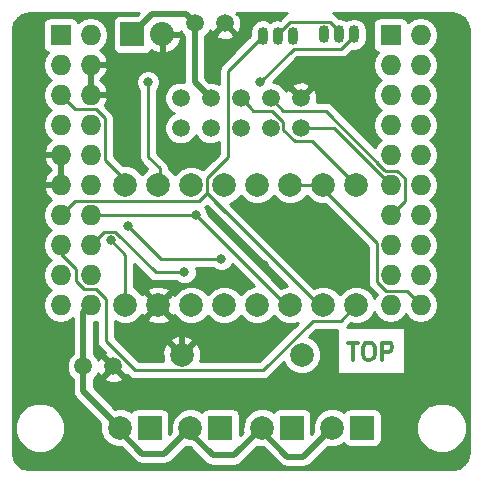
<source format=gtl>
G04 #@! TF.FileFunction,Copper,L1,Top,Signal*
%FSLAX46Y46*%
G04 Gerber Fmt 4.6, Leading zero omitted, Abs format (unit mm)*
G04 Created by KiCad (PCBNEW (2015-05-19 BZR 5670)-product) date 04.11.2016 21:30:30*
%MOMM*%
G01*
G04 APERTURE LIST*
%ADD10C,0.150000*%
%ADD11C,0.300000*%
%ADD12C,1.998980*%
%ADD13R,1.727200X1.727200*%
%ADD14O,1.727200X1.727200*%
%ADD15C,1.506220*%
%ADD16C,1.501140*%
%ADD17R,2.000000X2.000000*%
%ADD18C,2.000000*%
%ADD19O,0.899160X1.501140*%
%ADD20R,2.032000X2.032000*%
%ADD21O,2.032000X2.032000*%
%ADD22C,0.800000*%
%ADD23C,0.500000*%
%ADD24C,0.250000*%
%ADD25C,0.254000*%
G04 APERTURE END LIST*
D10*
D11*
X29035714Y11421429D02*
X29892857Y11421429D01*
X29464286Y9921429D02*
X29464286Y11421429D01*
X30678571Y11421429D02*
X30964285Y11421429D01*
X31107143Y11350000D01*
X31250000Y11207143D01*
X31321428Y10921429D01*
X31321428Y10421429D01*
X31250000Y10135714D01*
X31107143Y9992857D01*
X30964285Y9921429D01*
X30678571Y9921429D01*
X30535714Y9992857D01*
X30392857Y10135714D01*
X30321428Y10421429D01*
X30321428Y10921429D01*
X30392857Y11207143D01*
X30535714Y11350000D01*
X30678571Y11421429D01*
X31964286Y9921429D02*
X31964286Y11421429D01*
X32535714Y11421429D01*
X32678572Y11350000D01*
X32750000Y11278571D01*
X32821429Y11135714D01*
X32821429Y10921429D01*
X32750000Y10778571D01*
X32678572Y10707143D01*
X32535714Y10635714D01*
X31964286Y10635714D01*
D12*
X18606000Y14600000D03*
X18606000Y24760000D03*
D13*
X4752200Y37460000D03*
D14*
X7292200Y37460000D03*
X4752200Y34920000D03*
X7292200Y34920000D03*
X4752200Y32380000D03*
X7292200Y32380000D03*
X4752200Y29840000D03*
X7292200Y29840000D03*
X4752200Y27300000D03*
X7292200Y27300000D03*
X4752200Y24760000D03*
X7292200Y24760000D03*
X4752200Y22220000D03*
X7292200Y22220000D03*
X4752200Y19680000D03*
X7292200Y19680000D03*
X4752200Y17140000D03*
X7292200Y17140000D03*
X4752200Y14600000D03*
X7292200Y14600000D03*
D13*
X32692200Y37460000D03*
D14*
X35232200Y37460000D03*
X32692200Y34920000D03*
X35232200Y34920000D03*
X32692200Y32380000D03*
X35232200Y32380000D03*
X32692200Y29840000D03*
X35232200Y29840000D03*
X32692200Y27300000D03*
X35232200Y27300000D03*
X32692200Y24760000D03*
X35232200Y24760000D03*
X32692200Y22220000D03*
X35232200Y22220000D03*
X32692200Y19680000D03*
X35232200Y19680000D03*
X32692200Y17140000D03*
X35232200Y17140000D03*
X32692200Y14600000D03*
X35232200Y14600000D03*
D15*
X14912200Y29586000D03*
X14912200Y32126000D03*
X17452200Y29586000D03*
X17452200Y32126000D03*
X19992200Y29586000D03*
X19992200Y32126000D03*
X22532200Y29586000D03*
X22532200Y32126000D03*
X25072200Y29586000D03*
X25072200Y32126000D03*
D16*
X18656800Y38442300D03*
X16116800Y38442300D03*
D17*
X24318000Y4216000D03*
D18*
X21778000Y4216000D03*
D17*
X18278000Y4216000D03*
D18*
X15738000Y4216000D03*
D17*
X12278000Y4216000D03*
D18*
X9738000Y4216000D03*
D17*
X30278000Y4216000D03*
D18*
X27738000Y4216000D03*
D19*
X23127200Y37388200D03*
X24397200Y37388200D03*
X21857200Y37388200D03*
X28308800Y37515200D03*
X29578800Y37515200D03*
X27038800Y37515200D03*
D12*
X10224000Y24796000D03*
X10224000Y14636000D03*
X29782000Y14600000D03*
X29782000Y24760000D03*
X26988000Y14600000D03*
X26988000Y24760000D03*
X24194000Y24764400D03*
X24194000Y14604400D03*
X21400000Y14604400D03*
X21400000Y24764400D03*
X15812000Y14600000D03*
X15812000Y24760000D03*
X13018000Y14600000D03*
X13018000Y24760000D03*
X25158000Y10396000D03*
X14998000Y10396000D03*
D16*
X9200000Y9400000D03*
X6660000Y9400000D03*
D20*
X10808200Y37502500D03*
D21*
X13348200Y37502500D03*
D22*
X35000000Y10000000D03*
X38000000Y26000000D03*
X26000000Y21000000D03*
X22000000Y18000000D03*
X16182200Y22220000D03*
X15230000Y17370000D03*
X9017500Y20065400D03*
X21658372Y33497628D03*
X12141700Y33476600D03*
X10490465Y21297535D03*
X18352000Y18516000D03*
D23*
X14998000Y12620000D02*
X13018000Y14600000D01*
X14998000Y10396000D02*
X14998000Y12620000D01*
D24*
X33367431Y8367431D02*
X35000000Y10000000D01*
X38000000Y13000000D02*
X38000000Y26000000D01*
X35000000Y10000000D02*
X38000000Y13000000D01*
X10232569Y8367431D02*
X10919183Y8367431D01*
X9200000Y9400000D02*
X10232569Y8367431D01*
X10919183Y8367431D02*
X33367431Y8367431D01*
D23*
X16116800Y33461400D02*
X17452200Y32126000D01*
X16116800Y38442300D02*
X16116800Y33461400D01*
X15366231Y39192869D02*
X16116800Y38442300D01*
X12498569Y39192869D02*
X15366231Y39192869D01*
X10808200Y37502500D02*
X12498569Y39192869D01*
X6660000Y9400000D02*
X6660000Y13967800D01*
X6660000Y13967800D02*
X7292200Y14600000D01*
X9738000Y3945998D02*
X11667998Y2016000D01*
X9738000Y4216000D02*
X9738000Y3945998D01*
X13538000Y2016000D02*
X15738000Y4216000D01*
X11667998Y2016000D02*
X13538000Y2016000D01*
X15738000Y4216000D02*
X15738000Y4486002D01*
X15738000Y4216000D02*
X15738000Y3756000D01*
X15738000Y3756000D02*
X17628000Y1866000D01*
X19428000Y1866000D02*
X21778000Y4216000D01*
X17628000Y1866000D02*
X19428000Y1866000D01*
X21778000Y4216000D02*
X21778000Y3916000D01*
X21778000Y3916000D02*
X23928000Y1766000D01*
X25288000Y1766000D02*
X27738000Y4216000D01*
X23928000Y1766000D02*
X25288000Y1766000D01*
X6660000Y7294000D02*
X9738000Y4216000D01*
X6660000Y9400000D02*
X6660000Y7294000D01*
D24*
X5940801Y31191399D02*
X4752200Y32380000D01*
X8480801Y30410529D02*
X7699931Y31191399D01*
X8480801Y26873399D02*
X8480801Y30410529D01*
X7699931Y31191399D02*
X5940801Y31191399D01*
X10594200Y24760000D02*
X8480801Y26873399D01*
X17397709Y23798491D02*
X25596711Y15599489D01*
X25596711Y15599489D02*
X26596200Y14600000D01*
X17760691Y23435509D02*
X25596711Y15599489D01*
X5967709Y23435509D02*
X4752200Y22220000D01*
X17136491Y24059709D02*
X17136491Y25320445D01*
X17397709Y23798491D02*
X17136491Y24059709D01*
X17117481Y24059709D02*
X16493281Y23435509D01*
X17136491Y24059709D02*
X17117481Y24059709D01*
X16493281Y23435509D02*
X5967709Y23435509D01*
X18914089Y34445089D02*
X19223900Y34754900D01*
X18279023Y26462977D02*
X18914089Y27098043D01*
X18914089Y27098043D02*
X18914089Y34445089D01*
X21857200Y37388200D02*
X19223900Y34754900D01*
X18279023Y26462977D02*
X18530311Y26714265D01*
X17136491Y25320445D02*
X18279023Y26462977D01*
X7292200Y22220000D02*
X7292200Y22878000D01*
X16182200Y22220000D02*
X23802200Y14600000D01*
X7292200Y22220000D02*
X16182200Y22220000D01*
X29782000Y14600000D02*
X28457509Y13275509D01*
X28457509Y13275509D02*
X26077261Y13275509D01*
X26077261Y13275509D02*
X21873261Y9071509D01*
X21873261Y9071509D02*
X11061561Y9071509D01*
X11061561Y9071509D02*
X8562249Y11570821D01*
X8562249Y11570821D02*
X8562249Y15089081D01*
X8562249Y15089081D02*
X7699931Y15951399D01*
X7699931Y15951399D02*
X6721671Y15951399D01*
X6721671Y15951399D02*
X6037884Y16635186D01*
X6037884Y16635186D02*
X6037884Y17613446D01*
X6037884Y17613446D02*
X4752200Y18899130D01*
X4752200Y18899130D02*
X4752200Y19680000D01*
X12785902Y17370000D02*
X15230000Y17370000D01*
X9365501Y20790401D02*
X12785902Y17370000D01*
X8402601Y20790401D02*
X9365501Y20790401D01*
X7292200Y19680000D02*
X8402601Y20790401D01*
X14912200Y32126000D02*
X14912200Y31706811D01*
X10224000Y18858900D02*
X9017500Y20065400D01*
X10224000Y14636000D02*
X10224000Y18858900D01*
X24473364Y36312620D02*
X21658372Y33497628D01*
X29578800Y37388775D02*
X28502645Y36312620D01*
X28502645Y36312620D02*
X24473364Y36312620D01*
X29578800Y37515200D02*
X29578800Y37388775D01*
X20745309Y31372891D02*
X19992200Y32126000D01*
X22665916Y31047889D02*
X21070311Y31047889D01*
X23610311Y30103494D02*
X22665916Y31047889D01*
X23610311Y29452284D02*
X23610311Y30103494D01*
X24554706Y28507889D02*
X23610311Y29452284D01*
X21070311Y31047889D02*
X20745309Y31372891D01*
X26034111Y28507889D02*
X24554706Y28507889D01*
X29782000Y24760000D02*
X26034111Y28507889D01*
X32692200Y21943100D02*
X32692200Y22133600D01*
X32692200Y22220000D02*
X32692200Y23000870D01*
X33555799Y23083599D02*
X32692200Y22220000D01*
X33880801Y23408601D02*
X33555799Y23083599D01*
X33880801Y25330529D02*
X33880801Y23408601D01*
X33262729Y25948601D02*
X33880801Y25330529D01*
X32284469Y25948601D02*
X33262729Y25948601D01*
X27185181Y31047889D02*
X32164968Y26068102D01*
X23610311Y31047889D02*
X27185181Y31047889D01*
X22532200Y32126000D02*
X23610311Y31047889D01*
X32164968Y26068102D02*
X32284469Y25948601D01*
X31503599Y26729471D02*
X32164968Y26068102D01*
X27866200Y29586000D02*
X32692200Y24760000D01*
X25072200Y29586000D02*
X27866200Y29586000D01*
X23802200Y24760000D02*
X26596200Y24760000D01*
X32284469Y15788601D02*
X34043599Y15788601D01*
X31503599Y16569471D02*
X32284469Y15788601D01*
X31503599Y19852601D02*
X31503599Y16569471D01*
X34043599Y15788601D02*
X35232200Y14600000D01*
X26596200Y24760000D02*
X31503599Y19852601D01*
X13134200Y26173492D02*
X12155189Y27152503D01*
X13134200Y24760000D02*
X13134200Y26173492D01*
X12155189Y32897426D02*
X12155189Y30912498D01*
X12141700Y32910915D02*
X12155189Y32897426D01*
X12141700Y33476600D02*
X12141700Y32910915D01*
X12155189Y30912498D02*
X12155190Y31913810D01*
X12155189Y27152503D02*
X12155189Y30912498D01*
X28308800Y37816190D02*
X28308800Y37515200D01*
X24203355Y38590780D02*
X27534210Y38590780D01*
X27534210Y38590780D02*
X28308800Y37816190D01*
X23127200Y37261775D02*
X23127200Y37514625D01*
X23127200Y37514625D02*
X24203355Y38590780D01*
X28308800Y37214210D02*
X28308800Y37515200D01*
X13272000Y18516000D02*
X18352000Y18516000D01*
X10490465Y21297535D02*
X13272000Y18516000D01*
D23*
X4761300Y14590900D02*
X4752200Y14600000D01*
D25*
G36*
X23882234Y16239164D02*
X23870306Y16239174D01*
X23422753Y16054249D01*
X17217234Y22259768D01*
X17217379Y22424971D01*
X17060142Y22805515D01*
X16992906Y22872868D01*
X17030682Y22898108D01*
X17126985Y22994412D01*
X17223289Y22898108D01*
X17223290Y22898108D01*
X23882234Y16239164D01*
X23882234Y16239164D01*
G37*
X23882234Y16239164D02*
X23870306Y16239174D01*
X23422753Y16054249D01*
X17217234Y22259768D01*
X17217379Y22424971D01*
X17060142Y22805515D01*
X16992906Y22872868D01*
X17030682Y22898108D01*
X17126985Y22994412D01*
X17223289Y22898108D01*
X17223290Y22898108D01*
X23882234Y16239164D01*
G36*
X23908133Y39290000D02*
X23665954Y39128181D01*
X23303599Y38765827D01*
X23127200Y38800915D01*
X22712149Y38718356D01*
X22492200Y38571391D01*
X22272251Y38718356D01*
X21857200Y38800915D01*
X21442149Y38718356D01*
X21090286Y38483249D01*
X20855179Y38131386D01*
X20772620Y37716335D01*
X20772620Y37378422D01*
X20054567Y36660369D01*
X19449125Y36054927D01*
X19449125Y37470370D01*
X18656800Y38262695D01*
X17864475Y37470370D01*
X17932535Y37229369D01*
X18451834Y37044533D01*
X19002338Y37072495D01*
X19381065Y37229369D01*
X19449125Y37470370D01*
X19449125Y36054927D01*
X18686499Y35292301D01*
X18376688Y34982490D01*
X18211941Y34735928D01*
X18154089Y34445089D01*
X18154089Y33337574D01*
X17729524Y33513869D01*
X17315549Y33514231D01*
X17001800Y33827980D01*
X17001800Y37367973D01*
X17290744Y37656413D01*
X17380178Y37871797D01*
X17443869Y37718035D01*
X17684870Y37649975D01*
X18477195Y38442300D01*
X18463052Y38456443D01*
X18642657Y38636048D01*
X18656800Y38621905D01*
X18670942Y38636048D01*
X18850547Y38456443D01*
X18836405Y38442300D01*
X19628730Y37649975D01*
X19869731Y37718035D01*
X20054567Y38237334D01*
X20026605Y38787838D01*
X19869731Y39166565D01*
X19628732Y39234625D01*
X19684108Y39290000D01*
X23908133Y39290000D01*
X23908133Y39290000D01*
G37*
X23908133Y39290000D02*
X23665954Y39128181D01*
X23303599Y38765827D01*
X23127200Y38800915D01*
X22712149Y38718356D01*
X22492200Y38571391D01*
X22272251Y38718356D01*
X21857200Y38800915D01*
X21442149Y38718356D01*
X21090286Y38483249D01*
X20855179Y38131386D01*
X20772620Y37716335D01*
X20772620Y37378422D01*
X20054567Y36660369D01*
X19449125Y36054927D01*
X19449125Y37470370D01*
X18656800Y38262695D01*
X17864475Y37470370D01*
X17932535Y37229369D01*
X18451834Y37044533D01*
X19002338Y37072495D01*
X19381065Y37229369D01*
X19449125Y37470370D01*
X19449125Y36054927D01*
X18686499Y35292301D01*
X18376688Y34982490D01*
X18211941Y34735928D01*
X18154089Y34445089D01*
X18154089Y33337574D01*
X17729524Y33513869D01*
X17315549Y33514231D01*
X17001800Y33827980D01*
X17001800Y37367973D01*
X17290744Y37656413D01*
X17380178Y37871797D01*
X17443869Y37718035D01*
X17684870Y37649975D01*
X18477195Y38442300D01*
X18463052Y38456443D01*
X18642657Y38636048D01*
X18656800Y38621905D01*
X18670942Y38636048D01*
X18850547Y38456443D01*
X18836405Y38442300D01*
X19628730Y37649975D01*
X19869731Y37718035D01*
X20054567Y38237334D01*
X20026605Y38787838D01*
X19869731Y39166565D01*
X19628732Y39234625D01*
X19684108Y39290000D01*
X23908133Y39290000D01*
G36*
X24822532Y13095583D02*
X21558459Y9831509D01*
X16531927Y9831509D01*
X16643401Y10131582D01*
X16619341Y10781377D01*
X16416965Y11269958D01*
X16150163Y11368557D01*
X15970557Y11188952D01*
X15970557Y11548163D01*
X15871958Y11814965D01*
X15262418Y12041401D01*
X14612623Y12017341D01*
X14124042Y11814965D01*
X14025443Y11548163D01*
X14998000Y10575605D01*
X15970557Y11548163D01*
X15970557Y11188952D01*
X15177605Y10396000D01*
X15191747Y10381858D01*
X15012142Y10202253D01*
X14998000Y10216395D01*
X14983857Y10202253D01*
X14804252Y10381858D01*
X14818395Y10396000D01*
X13990557Y11223838D01*
X13990557Y13447837D01*
X13018000Y14420395D01*
X12045443Y13447837D01*
X12144042Y13181035D01*
X12753582Y12954599D01*
X13403377Y12978659D01*
X13891958Y13181035D01*
X13990557Y13447837D01*
X13990557Y11223838D01*
X13845837Y11368557D01*
X13579035Y11269958D01*
X13352599Y10660418D01*
X13376659Y10010623D01*
X13450850Y9831509D01*
X11376363Y9831509D01*
X9322249Y11885623D01*
X9322249Y13240640D01*
X9897453Y13001794D01*
X10547694Y13001226D01*
X11148655Y13249538D01*
X11608846Y13708927D01*
X11613702Y13720622D01*
X11865837Y13627443D01*
X12838395Y14600000D01*
X11865837Y15572557D01*
X11640025Y15489107D01*
X11610462Y15560655D01*
X11151073Y16020846D01*
X10984000Y16090221D01*
X10984000Y18097100D01*
X12248501Y16832599D01*
X12495062Y16667853D01*
X12495063Y16667852D01*
X12785902Y16610000D01*
X14526238Y16610000D01*
X14642954Y16493081D01*
X15023223Y16335180D01*
X15434971Y16334821D01*
X15815515Y16492058D01*
X16106919Y16782954D01*
X16264820Y17163223D01*
X16265179Y17574971D01*
X16190379Y17756000D01*
X17648238Y17756000D01*
X17764954Y17639081D01*
X18145223Y17481180D01*
X18556971Y17480821D01*
X18937515Y17638058D01*
X19228919Y17928954D01*
X19278658Y18048740D01*
X21088234Y16239164D01*
X21076306Y16239174D01*
X20475345Y15990862D01*
X20015154Y15531473D01*
X20002367Y15500681D01*
X19992462Y15524655D01*
X19533073Y15984846D01*
X18932547Y16234206D01*
X18282306Y16234774D01*
X17681345Y15986462D01*
X17221154Y15527073D01*
X17209279Y15498476D01*
X17198462Y15524655D01*
X16739073Y15984846D01*
X16138547Y16234206D01*
X15488306Y16234774D01*
X14887345Y15986462D01*
X14427154Y15527073D01*
X14409338Y15484168D01*
X14170163Y15572557D01*
X13990557Y15392952D01*
X13990557Y15752163D01*
X13891958Y16018965D01*
X13282418Y16245401D01*
X12632623Y16221341D01*
X12144042Y16018965D01*
X12045443Y15752163D01*
X13018000Y14779605D01*
X13990557Y15752163D01*
X13990557Y15392952D01*
X13197605Y14600000D01*
X14170163Y13627443D01*
X14408879Y13715663D01*
X14425538Y13675345D01*
X14884927Y13215154D01*
X15485453Y12965794D01*
X16135694Y12965226D01*
X16736655Y13213538D01*
X17196846Y13672927D01*
X17208720Y13701525D01*
X17219538Y13675345D01*
X17678927Y13215154D01*
X18279453Y12965794D01*
X18929694Y12965226D01*
X19530655Y13213538D01*
X19990846Y13672927D01*
X20003632Y13703720D01*
X20013538Y13679745D01*
X20472927Y13219554D01*
X21073453Y12970194D01*
X21723694Y12969626D01*
X22324655Y13217938D01*
X22784846Y13677327D01*
X22796720Y13705925D01*
X22807538Y13679745D01*
X23266927Y13219554D01*
X23867453Y12970194D01*
X24517694Y12969626D01*
X24822532Y13095583D01*
X24822532Y13095583D01*
G37*
X24822532Y13095583D02*
X21558459Y9831509D01*
X16531927Y9831509D01*
X16643401Y10131582D01*
X16619341Y10781377D01*
X16416965Y11269958D01*
X16150163Y11368557D01*
X15970557Y11188952D01*
X15970557Y11548163D01*
X15871958Y11814965D01*
X15262418Y12041401D01*
X14612623Y12017341D01*
X14124042Y11814965D01*
X14025443Y11548163D01*
X14998000Y10575605D01*
X15970557Y11548163D01*
X15970557Y11188952D01*
X15177605Y10396000D01*
X15191747Y10381858D01*
X15012142Y10202253D01*
X14998000Y10216395D01*
X14983857Y10202253D01*
X14804252Y10381858D01*
X14818395Y10396000D01*
X13990557Y11223838D01*
X13990557Y13447837D01*
X13018000Y14420395D01*
X12045443Y13447837D01*
X12144042Y13181035D01*
X12753582Y12954599D01*
X13403377Y12978659D01*
X13891958Y13181035D01*
X13990557Y13447837D01*
X13990557Y11223838D01*
X13845837Y11368557D01*
X13579035Y11269958D01*
X13352599Y10660418D01*
X13376659Y10010623D01*
X13450850Y9831509D01*
X11376363Y9831509D01*
X9322249Y11885623D01*
X9322249Y13240640D01*
X9897453Y13001794D01*
X10547694Y13001226D01*
X11148655Y13249538D01*
X11608846Y13708927D01*
X11613702Y13720622D01*
X11865837Y13627443D01*
X12838395Y14600000D01*
X11865837Y15572557D01*
X11640025Y15489107D01*
X11610462Y15560655D01*
X11151073Y16020846D01*
X10984000Y16090221D01*
X10984000Y18097100D01*
X12248501Y16832599D01*
X12495062Y16667853D01*
X12495063Y16667852D01*
X12785902Y16610000D01*
X14526238Y16610000D01*
X14642954Y16493081D01*
X15023223Y16335180D01*
X15434971Y16334821D01*
X15815515Y16492058D01*
X16106919Y16782954D01*
X16264820Y17163223D01*
X16265179Y17574971D01*
X16190379Y17756000D01*
X17648238Y17756000D01*
X17764954Y17639081D01*
X18145223Y17481180D01*
X18556971Y17480821D01*
X18937515Y17638058D01*
X19228919Y17928954D01*
X19278658Y18048740D01*
X21088234Y16239164D01*
X21076306Y16239174D01*
X20475345Y15990862D01*
X20015154Y15531473D01*
X20002367Y15500681D01*
X19992462Y15524655D01*
X19533073Y15984846D01*
X18932547Y16234206D01*
X18282306Y16234774D01*
X17681345Y15986462D01*
X17221154Y15527073D01*
X17209279Y15498476D01*
X17198462Y15524655D01*
X16739073Y15984846D01*
X16138547Y16234206D01*
X15488306Y16234774D01*
X14887345Y15986462D01*
X14427154Y15527073D01*
X14409338Y15484168D01*
X14170163Y15572557D01*
X13990557Y15392952D01*
X13990557Y15752163D01*
X13891958Y16018965D01*
X13282418Y16245401D01*
X12632623Y16221341D01*
X12144042Y16018965D01*
X12045443Y15752163D01*
X13018000Y14779605D01*
X13990557Y15752163D01*
X13990557Y15392952D01*
X13197605Y14600000D01*
X14170163Y13627443D01*
X14408879Y13715663D01*
X14425538Y13675345D01*
X14884927Y13215154D01*
X15485453Y12965794D01*
X16135694Y12965226D01*
X16736655Y13213538D01*
X17196846Y13672927D01*
X17208720Y13701525D01*
X17219538Y13675345D01*
X17678927Y13215154D01*
X18279453Y12965794D01*
X18929694Y12965226D01*
X19530655Y13213538D01*
X19990846Y13672927D01*
X20003632Y13703720D01*
X20013538Y13679745D01*
X20472927Y13219554D01*
X21073453Y12970194D01*
X21723694Y12969626D01*
X22324655Y13217938D01*
X22784846Y13677327D01*
X22796720Y13705925D01*
X22807538Y13679745D01*
X23266927Y13219554D01*
X23867453Y12970194D01*
X24517694Y12969626D01*
X24822532Y13095583D01*
G36*
X31503037Y15495231D02*
X31307674Y15202848D01*
X31305644Y15192648D01*
X31168462Y15524655D01*
X30709073Y15984846D01*
X30108547Y16234206D01*
X29458306Y16234774D01*
X28857345Y15986462D01*
X28397154Y15527073D01*
X28385279Y15498476D01*
X28374462Y15524655D01*
X27915073Y15984846D01*
X27314547Y16234206D01*
X26664306Y16234774D01*
X26219866Y16051136D01*
X26134112Y16136890D01*
X19082597Y23188405D01*
X19530655Y23373538D01*
X19990846Y23832927D01*
X20003632Y23863720D01*
X20013538Y23839745D01*
X20472927Y23379554D01*
X21073453Y23130194D01*
X21723694Y23129626D01*
X22324655Y23377938D01*
X22784846Y23837327D01*
X22796720Y23865925D01*
X22807538Y23839745D01*
X23266927Y23379554D01*
X23867453Y23130194D01*
X24517694Y23129626D01*
X25118655Y23377938D01*
X25578846Y23837327D01*
X25589809Y23863731D01*
X25601538Y23835345D01*
X26060927Y23375154D01*
X26661453Y23125794D01*
X27156036Y23125362D01*
X30743599Y19537799D01*
X30743599Y16569471D01*
X30801451Y16278632D01*
X30966198Y16032070D01*
X31503037Y15495231D01*
X31503037Y15495231D01*
G37*
X31503037Y15495231D02*
X31307674Y15202848D01*
X31305644Y15192648D01*
X31168462Y15524655D01*
X30709073Y15984846D01*
X30108547Y16234206D01*
X29458306Y16234774D01*
X28857345Y15986462D01*
X28397154Y15527073D01*
X28385279Y15498476D01*
X28374462Y15524655D01*
X27915073Y15984846D01*
X27314547Y16234206D01*
X26664306Y16234774D01*
X26219866Y16051136D01*
X26134112Y16136890D01*
X19082597Y23188405D01*
X19530655Y23373538D01*
X19990846Y23832927D01*
X20003632Y23863720D01*
X20013538Y23839745D01*
X20472927Y23379554D01*
X21073453Y23130194D01*
X21723694Y23129626D01*
X22324655Y23377938D01*
X22784846Y23837327D01*
X22796720Y23865925D01*
X22807538Y23839745D01*
X23266927Y23379554D01*
X23867453Y23130194D01*
X24517694Y23129626D01*
X25118655Y23377938D01*
X25578846Y23837327D01*
X25589809Y23863731D01*
X25601538Y23835345D01*
X26060927Y23375154D01*
X26661453Y23125794D01*
X27156036Y23125362D01*
X30743599Y19537799D01*
X30743599Y16569471D01*
X30801451Y16278632D01*
X30966198Y16032070D01*
X31503037Y15495231D01*
G36*
X39290000Y2069932D02*
X39178952Y1511661D01*
X39135370Y1446436D01*
X39135370Y4622815D01*
X38811020Y5407800D01*
X38210959Y6008909D01*
X37426541Y6334628D01*
X36577185Y6335370D01*
X35792200Y6011020D01*
X35191091Y5410959D01*
X34865372Y4626541D01*
X34864630Y3777185D01*
X35188980Y2992200D01*
X35789041Y2391091D01*
X36573459Y2065372D01*
X37422815Y2064630D01*
X38207800Y2388980D01*
X38808909Y2989041D01*
X39134628Y3773459D01*
X39135370Y4622815D01*
X39135370Y1446436D01*
X38902333Y1097669D01*
X38488338Y821047D01*
X37930069Y710000D01*
X5135370Y710000D01*
X5135370Y4622815D01*
X4811020Y5407800D01*
X4210959Y6008909D01*
X3426541Y6334628D01*
X2577185Y6335370D01*
X1792200Y6011020D01*
X1191091Y5410959D01*
X865372Y4626541D01*
X864630Y3777185D01*
X1188980Y2992200D01*
X1789041Y2391091D01*
X2573459Y2065372D01*
X3422815Y2064630D01*
X4207800Y2388980D01*
X4808909Y2989041D01*
X5134628Y3773459D01*
X5135370Y4622815D01*
X5135370Y710000D01*
X2069931Y710000D01*
X1511660Y821048D01*
X1097668Y1097667D01*
X821046Y1511662D01*
X710000Y2069931D01*
X710000Y37930070D01*
X821046Y38488339D01*
X1097668Y38902334D01*
X1511660Y39178953D01*
X2069931Y39290000D01*
X11344120Y39290000D01*
X11220060Y39165940D01*
X9792200Y39165940D01*
X9550077Y39118963D01*
X9337273Y38979173D01*
X9194823Y38768140D01*
X9144760Y38518500D01*
X9144760Y36486500D01*
X9191737Y36244377D01*
X9331527Y36031573D01*
X9542560Y35889123D01*
X9792200Y35839060D01*
X11824200Y35839060D01*
X12066323Y35886037D01*
X12279127Y36025827D01*
X12386937Y36185544D01*
X12483382Y36096115D01*
X12965256Y35896525D01*
X13221200Y36015664D01*
X13221200Y37375500D01*
X13201200Y37375500D01*
X13201200Y37629500D01*
X13221200Y37629500D01*
X13221200Y37649500D01*
X13475200Y37649500D01*
X13475200Y37629500D01*
X14835567Y37629500D01*
X14897888Y37763977D01*
X14941486Y37658463D01*
X15231800Y37367643D01*
X15231800Y33496315D01*
X15189524Y33513869D01*
X14954183Y33514075D01*
X14954183Y37119554D01*
X14835567Y37375500D01*
X13475200Y37375500D01*
X13475200Y36015664D01*
X13731144Y35896525D01*
X14213018Y36096115D01*
X14685388Y36534121D01*
X14954183Y37119554D01*
X14954183Y33514075D01*
X14637299Y33514351D01*
X14126926Y33303469D01*
X13736104Y32913328D01*
X13524331Y32403324D01*
X13523849Y31851099D01*
X13734731Y31340726D01*
X14124872Y30949904D01*
X14350942Y30856031D01*
X14126926Y30763469D01*
X13736104Y30373328D01*
X13524331Y29863324D01*
X13523849Y29311099D01*
X13734731Y28800726D01*
X14124872Y28409904D01*
X14634876Y28198131D01*
X15187101Y28197649D01*
X15697474Y28408531D01*
X16088296Y28798672D01*
X16182169Y29024743D01*
X16274731Y28800726D01*
X16664872Y28409904D01*
X17174876Y28198131D01*
X17727101Y28197649D01*
X18154089Y28374077D01*
X18154089Y27412845D01*
X17992910Y27251666D01*
X17741622Y27000378D01*
X16812517Y26071274D01*
X16739073Y26144846D01*
X16138547Y26394206D01*
X15488306Y26394774D01*
X14887345Y26146462D01*
X14427154Y25687073D01*
X14415279Y25658476D01*
X14404462Y25684655D01*
X13945073Y26144846D01*
X13894200Y26165971D01*
X13894200Y26173492D01*
X13836348Y26464331D01*
X13671601Y26710893D01*
X12915189Y27467305D01*
X12915189Y30912497D01*
X12915189Y30912498D01*
X12915190Y31913809D01*
X12915189Y31913815D01*
X12915189Y32786305D01*
X13018619Y32889554D01*
X13176520Y33269823D01*
X13176879Y33681571D01*
X13019642Y34062115D01*
X12728746Y34353519D01*
X12348477Y34511420D01*
X11936729Y34511779D01*
X11556185Y34354542D01*
X11264781Y34063646D01*
X11106880Y33683377D01*
X11106521Y33271629D01*
X11263758Y32891085D01*
X11395189Y32759425D01*
X11395189Y30912499D01*
X11395189Y30912498D01*
X11395189Y27152503D01*
X11453041Y26861664D01*
X11617788Y26615102D01*
X12089883Y26143007D01*
X11633154Y25687073D01*
X11628735Y25676431D01*
X11610462Y25720655D01*
X11151073Y26180846D01*
X10550547Y26430206D01*
X9998313Y26430689D01*
X9240801Y27188201D01*
X9240801Y30410529D01*
X9182949Y30701368D01*
X9018202Y30947930D01*
X8486265Y31479867D01*
X8499021Y31491510D01*
X8747168Y32020973D01*
X8747168Y32739027D01*
X8499021Y33268490D01*
X8081047Y33650000D01*
X8499021Y34031510D01*
X8747168Y34560973D01*
X8626669Y34793000D01*
X7419200Y34793000D01*
X7419200Y33713817D01*
X7419200Y33586183D01*
X7419200Y32507000D01*
X8626669Y32507000D01*
X8747168Y32739027D01*
X8747168Y32020973D01*
X8626669Y32253000D01*
X7419200Y32253000D01*
X7419200Y32233000D01*
X7165200Y32233000D01*
X7165200Y32253000D01*
X7145200Y32253000D01*
X7145200Y32507000D01*
X7165200Y32507000D01*
X7165200Y33586183D01*
X7165200Y33713817D01*
X7165200Y34793000D01*
X7145200Y34793000D01*
X7145200Y35047000D01*
X7165200Y35047000D01*
X7165200Y35067000D01*
X7419200Y35067000D01*
X7419200Y35047000D01*
X8626669Y35047000D01*
X8747168Y35279027D01*
X8499021Y35808490D01*
X8081039Y36190008D01*
X8351870Y36370971D01*
X8676726Y36857152D01*
X8790800Y37430641D01*
X8790800Y37489359D01*
X8676726Y38062848D01*
X8351870Y38549029D01*
X7865689Y38873885D01*
X7292200Y38987959D01*
X6718711Y38873885D01*
X6232530Y38549029D01*
X6222433Y38533919D01*
X6216263Y38565723D01*
X6076473Y38778527D01*
X5865440Y38920977D01*
X5615800Y38971040D01*
X3888600Y38971040D01*
X3646477Y38924063D01*
X3433673Y38784273D01*
X3291223Y38573240D01*
X3241160Y38323600D01*
X3241160Y36596400D01*
X3288137Y36354277D01*
X3427927Y36141473D01*
X3638960Y35999023D01*
X3680304Y35990732D01*
X3367674Y35522848D01*
X3253600Y34949359D01*
X3253600Y34890641D01*
X3367674Y34317152D01*
X3692530Y33830971D01*
X3963372Y33650000D01*
X3692530Y33469029D01*
X3367674Y32982848D01*
X3253600Y32409359D01*
X3253600Y32350641D01*
X3367674Y31777152D01*
X3692530Y31290971D01*
X3963372Y31110000D01*
X3692530Y30929029D01*
X3367674Y30442848D01*
X3253600Y29869359D01*
X3253600Y29810641D01*
X3367674Y29237152D01*
X3692530Y28750971D01*
X3963360Y28570008D01*
X3545379Y28188490D01*
X3297232Y27659027D01*
X3417731Y27427000D01*
X4625200Y27427000D01*
X4625200Y27447000D01*
X4879200Y27447000D01*
X4879200Y27427000D01*
X4899200Y27427000D01*
X4899200Y27173000D01*
X4879200Y27173000D01*
X4879200Y26093817D01*
X4879200Y25966183D01*
X4879200Y24887000D01*
X4899200Y24887000D01*
X4899200Y24633000D01*
X4879200Y24633000D01*
X4879200Y24613000D01*
X4625200Y24613000D01*
X4625200Y24633000D01*
X4625200Y24887000D01*
X4625200Y25966183D01*
X4625200Y26093817D01*
X4625200Y27173000D01*
X3417731Y27173000D01*
X3297232Y26940973D01*
X3545379Y26411510D01*
X3963352Y26030000D01*
X3545379Y25648490D01*
X3297232Y25119027D01*
X3417731Y24887000D01*
X4625200Y24887000D01*
X4625200Y24633000D01*
X3417731Y24633000D01*
X3297232Y24400973D01*
X3545379Y23871510D01*
X3963360Y23489993D01*
X3692530Y23309029D01*
X3367674Y22822848D01*
X3253600Y22249359D01*
X3253600Y22190641D01*
X3367674Y21617152D01*
X3692530Y21130971D01*
X3963372Y20950000D01*
X3692530Y20769029D01*
X3367674Y20282848D01*
X3253600Y19709359D01*
X3253600Y19650641D01*
X3367674Y19077152D01*
X3692530Y18590971D01*
X3963372Y18410000D01*
X3692530Y18229029D01*
X3367674Y17742848D01*
X3253600Y17169359D01*
X3253600Y17110641D01*
X3367674Y16537152D01*
X3692530Y16050971D01*
X3963372Y15870000D01*
X3692530Y15689029D01*
X3367674Y15202848D01*
X3253600Y14629359D01*
X3253600Y14570641D01*
X3367674Y13997152D01*
X3692530Y13510971D01*
X4178711Y13186115D01*
X4752200Y13072041D01*
X5325689Y13186115D01*
X5775000Y13486336D01*
X5775000Y10474328D01*
X5486056Y10185887D01*
X5274671Y9676816D01*
X5274190Y9125602D01*
X5484686Y8616163D01*
X5775000Y8325343D01*
X5775000Y7294006D01*
X5774999Y7294000D01*
X5831189Y7011516D01*
X5842367Y6955325D01*
X6034210Y6668210D01*
X8119857Y4582563D01*
X8103284Y4542648D01*
X8102716Y3892205D01*
X8351106Y3291057D01*
X8810637Y2830722D01*
X9411352Y2581284D01*
X9851518Y2580900D01*
X11042205Y1390214D01*
X11042208Y1390210D01*
X11329323Y1198367D01*
X11667998Y1131000D01*
X13537994Y1131000D01*
X13538000Y1130999D01*
X13538000Y1131000D01*
X13820484Y1187190D01*
X13876674Y1198367D01*
X13876675Y1198367D01*
X14163790Y1390210D01*
X15371437Y2597858D01*
X15411352Y2581284D01*
X15661354Y2581066D01*
X17002207Y1240214D01*
X17002210Y1240210D01*
X17002211Y1240210D01*
X17289325Y1048367D01*
X17289326Y1048367D01*
X17345515Y1037190D01*
X17628000Y980999D01*
X17628000Y981000D01*
X17628005Y981000D01*
X19427994Y981000D01*
X19428000Y980999D01*
X19428000Y981000D01*
X19710484Y1037190D01*
X19766674Y1048367D01*
X19766675Y1048367D01*
X20053790Y1240210D01*
X21411437Y2597858D01*
X21451352Y2581284D01*
X21861494Y2580926D01*
X23302207Y1140214D01*
X23302210Y1140210D01*
X23589325Y948367D01*
X23928000Y880999D01*
X23928000Y881000D01*
X23928005Y881000D01*
X25287994Y881000D01*
X25288000Y880999D01*
X25288000Y881000D01*
X25570484Y937190D01*
X25626674Y948367D01*
X25626675Y948367D01*
X25913790Y1140210D01*
X27371437Y2597858D01*
X27411352Y2581284D01*
X28061795Y2580716D01*
X28662943Y2829106D01*
X28729193Y2895241D01*
X28817327Y2761073D01*
X29028360Y2618623D01*
X29278000Y2568560D01*
X31278000Y2568560D01*
X31520123Y2615537D01*
X31732927Y2755327D01*
X31875377Y2966360D01*
X31925440Y3216000D01*
X31925440Y5216000D01*
X31878463Y5458123D01*
X31738673Y5670927D01*
X31527640Y5813377D01*
X31278000Y5863440D01*
X29278000Y5863440D01*
X29035877Y5816463D01*
X28823073Y5676673D01*
X28729089Y5537441D01*
X28665363Y5601278D01*
X28064648Y5850716D01*
X27414205Y5851284D01*
X26813057Y5602894D01*
X26352722Y5143363D01*
X26103284Y4542648D01*
X26102716Y3892205D01*
X26120232Y3849812D01*
X25965440Y3695020D01*
X25965440Y5216000D01*
X25918463Y5458123D01*
X25778673Y5670927D01*
X25567640Y5813377D01*
X25318000Y5863440D01*
X23318000Y5863440D01*
X23075877Y5816463D01*
X22863073Y5676673D01*
X22769089Y5537441D01*
X22705363Y5601278D01*
X22104648Y5850716D01*
X21454205Y5851284D01*
X20853057Y5602894D01*
X20392722Y5143363D01*
X20143284Y4542648D01*
X20142716Y3892205D01*
X20160232Y3849812D01*
X19925440Y3615020D01*
X19925440Y5216000D01*
X19878463Y5458123D01*
X19738673Y5670927D01*
X19527640Y5813377D01*
X19278000Y5863440D01*
X17278000Y5863440D01*
X17035877Y5816463D01*
X16823073Y5676673D01*
X16729089Y5537441D01*
X16665363Y5601278D01*
X16064648Y5850716D01*
X15414205Y5851284D01*
X14813057Y5602894D01*
X14352722Y5143363D01*
X14103284Y4542648D01*
X14102716Y3892205D01*
X14120232Y3849812D01*
X13925440Y3655020D01*
X13925440Y5216000D01*
X13878463Y5458123D01*
X13738673Y5670927D01*
X13527640Y5813377D01*
X13278000Y5863440D01*
X11278000Y5863440D01*
X11035877Y5816463D01*
X10823073Y5676673D01*
X10729089Y5537441D01*
X10665363Y5601278D01*
X10064648Y5850716D01*
X9992325Y5850780D01*
X9992325Y8428070D01*
X9200000Y9220395D01*
X8407675Y8428070D01*
X8475735Y8187069D01*
X8995034Y8002233D01*
X9545538Y8030195D01*
X9924265Y8187069D01*
X9992325Y8428070D01*
X9992325Y5850780D01*
X9414205Y5851284D01*
X9371811Y5833768D01*
X7545000Y7660580D01*
X7545000Y8325673D01*
X7833944Y8614113D01*
X7923378Y8829497D01*
X7987069Y8675735D01*
X8228070Y8607675D01*
X9020395Y9400000D01*
X8228070Y10192325D01*
X7987069Y10124265D01*
X7928231Y9958960D01*
X7835314Y10183837D01*
X7545000Y10474658D01*
X7545000Y13122327D01*
X7802249Y13173497D01*
X7802249Y11570821D01*
X7860101Y11279982D01*
X8024848Y11033420D01*
X8469040Y10589228D01*
X8407675Y10371930D01*
X9200000Y9579605D01*
X9214142Y9593748D01*
X9393747Y9414143D01*
X9379605Y9400000D01*
X10171930Y8607675D01*
X10389227Y8669041D01*
X10524160Y8534108D01*
X10770722Y8369361D01*
X11061561Y8311509D01*
X21873261Y8311509D01*
X22164100Y8369361D01*
X22410662Y8534108D01*
X23647673Y9771120D01*
X23771538Y9471345D01*
X24230927Y9011154D01*
X24831453Y8761794D01*
X25481694Y8761226D01*
X26082655Y9009538D01*
X26542846Y9468927D01*
X26792206Y10069453D01*
X26792774Y10719694D01*
X26544462Y11320655D01*
X26085073Y11780846D01*
X25782880Y11906327D01*
X26392063Y12515509D01*
X28107857Y12515509D01*
X28107857Y8765000D01*
X33892143Y8765000D01*
X33892143Y12735000D01*
X28990258Y12735000D01*
X28994910Y12738108D01*
X29290917Y13034116D01*
X29455453Y12965794D01*
X30105694Y12965226D01*
X30706655Y13213538D01*
X31166846Y13672927D01*
X31305666Y14007245D01*
X31307674Y13997152D01*
X31632530Y13510971D01*
X32118711Y13186115D01*
X32692200Y13072041D01*
X33265689Y13186115D01*
X33751870Y13510971D01*
X33962200Y13825752D01*
X34172530Y13510971D01*
X34658711Y13186115D01*
X35232200Y13072041D01*
X35805689Y13186115D01*
X36291870Y13510971D01*
X36616726Y13997152D01*
X36730800Y14570641D01*
X36730800Y14629359D01*
X36616726Y15202848D01*
X36291870Y15689029D01*
X36021027Y15870000D01*
X36291870Y16050971D01*
X36616726Y16537152D01*
X36730800Y17110641D01*
X36730800Y17169359D01*
X36616726Y17742848D01*
X36291870Y18229029D01*
X36021027Y18410000D01*
X36291870Y18590971D01*
X36616726Y19077152D01*
X36730800Y19650641D01*
X36730800Y19709359D01*
X36616726Y20282848D01*
X36291870Y20769029D01*
X36021027Y20950000D01*
X36291870Y21130971D01*
X36616726Y21617152D01*
X36730800Y22190641D01*
X36730800Y22249359D01*
X36616726Y22822848D01*
X36291870Y23309029D01*
X36021027Y23490000D01*
X36291870Y23670971D01*
X36616726Y24157152D01*
X36730800Y24730641D01*
X36730800Y24789359D01*
X36616726Y25362848D01*
X36291870Y25849029D01*
X36021027Y26030000D01*
X36291870Y26210971D01*
X36616726Y26697152D01*
X36730800Y27270641D01*
X36730800Y27329359D01*
X36616726Y27902848D01*
X36291870Y28389029D01*
X36021027Y28570000D01*
X36291870Y28750971D01*
X36616726Y29237152D01*
X36730800Y29810641D01*
X36730800Y29869359D01*
X36616726Y30442848D01*
X36291870Y30929029D01*
X36021027Y31110000D01*
X36291870Y31290971D01*
X36616726Y31777152D01*
X36730800Y32350641D01*
X36730800Y32409359D01*
X36616726Y32982848D01*
X36291870Y33469029D01*
X36021027Y33650000D01*
X36291870Y33830971D01*
X36616726Y34317152D01*
X36730800Y34890641D01*
X36730800Y34949359D01*
X36616726Y35522848D01*
X36291870Y36009029D01*
X36021027Y36190000D01*
X36291870Y36370971D01*
X36616726Y36857152D01*
X36730800Y37430641D01*
X36730800Y37489359D01*
X36616726Y38062848D01*
X36291870Y38549029D01*
X35805689Y38873885D01*
X35232200Y38987959D01*
X34658711Y38873885D01*
X34172530Y38549029D01*
X34162433Y38533919D01*
X34156263Y38565723D01*
X34016473Y38778527D01*
X33805440Y38920977D01*
X33555800Y38971040D01*
X31828600Y38971040D01*
X31586477Y38924063D01*
X31373673Y38784273D01*
X31231223Y38573240D01*
X31181160Y38323600D01*
X31181160Y36596400D01*
X31228137Y36354277D01*
X31367927Y36141473D01*
X31578960Y35999023D01*
X31620304Y35990732D01*
X31307674Y35522848D01*
X31193600Y34949359D01*
X31193600Y34890641D01*
X31307674Y34317152D01*
X31632530Y33830971D01*
X31903372Y33650000D01*
X31632530Y33469029D01*
X31307674Y32982848D01*
X31193600Y32409359D01*
X31193600Y32350641D01*
X31307674Y31777152D01*
X31632530Y31290971D01*
X31903372Y31110000D01*
X31632530Y30929029D01*
X31307674Y30442848D01*
X31193600Y29869359D01*
X31193600Y29810641D01*
X31307674Y29237152D01*
X31632530Y28750971D01*
X31903372Y28570000D01*
X31632530Y28389029D01*
X31346666Y27961206D01*
X27722582Y31585290D01*
X27476020Y31750037D01*
X27185181Y31807889D01*
X26432418Y31807889D01*
X26472496Y31920428D01*
X26444573Y32471946D01*
X26287235Y32851793D01*
X26045972Y32920166D01*
X25866366Y32740561D01*
X25866366Y33099772D01*
X25797993Y33341035D01*
X25277772Y33526296D01*
X24726254Y33498373D01*
X24346407Y33341035D01*
X24278034Y33099772D01*
X25072200Y32305605D01*
X25866366Y33099772D01*
X25866366Y32740561D01*
X25251805Y32126000D01*
X25265947Y32111858D01*
X25086342Y31932253D01*
X25072200Y31946395D01*
X25058057Y31932253D01*
X24878452Y32111858D01*
X24892595Y32126000D01*
X24098428Y32920166D01*
X23857165Y32851793D01*
X23800264Y32692016D01*
X23709669Y32911274D01*
X23319528Y33302096D01*
X22809524Y33513869D01*
X22749467Y33513922D01*
X24788166Y35552620D01*
X28502645Y35552620D01*
X28793484Y35610472D01*
X29040046Y35775219D01*
X29402400Y36137574D01*
X29578800Y36102485D01*
X29993851Y36185044D01*
X30345714Y36420151D01*
X30580821Y36772014D01*
X30663380Y37187065D01*
X30663380Y37843335D01*
X30580821Y38258386D01*
X30345714Y38610249D01*
X29993851Y38845356D01*
X29578800Y38927915D01*
X29163749Y38845356D01*
X28943800Y38698391D01*
X28723851Y38845356D01*
X28308800Y38927915D01*
X28278002Y38921790D01*
X28071611Y39128181D01*
X27829431Y39290000D01*
X37930069Y39290000D01*
X38488338Y39178954D01*
X38902333Y38902332D01*
X39178952Y38488340D01*
X39290000Y37930069D01*
X39290000Y2069932D01*
X39290000Y2069932D01*
G37*
X39290000Y2069932D02*
X39178952Y1511661D01*
X39135370Y1446436D01*
X39135370Y4622815D01*
X38811020Y5407800D01*
X38210959Y6008909D01*
X37426541Y6334628D01*
X36577185Y6335370D01*
X35792200Y6011020D01*
X35191091Y5410959D01*
X34865372Y4626541D01*
X34864630Y3777185D01*
X35188980Y2992200D01*
X35789041Y2391091D01*
X36573459Y2065372D01*
X37422815Y2064630D01*
X38207800Y2388980D01*
X38808909Y2989041D01*
X39134628Y3773459D01*
X39135370Y4622815D01*
X39135370Y1446436D01*
X38902333Y1097669D01*
X38488338Y821047D01*
X37930069Y710000D01*
X5135370Y710000D01*
X5135370Y4622815D01*
X4811020Y5407800D01*
X4210959Y6008909D01*
X3426541Y6334628D01*
X2577185Y6335370D01*
X1792200Y6011020D01*
X1191091Y5410959D01*
X865372Y4626541D01*
X864630Y3777185D01*
X1188980Y2992200D01*
X1789041Y2391091D01*
X2573459Y2065372D01*
X3422815Y2064630D01*
X4207800Y2388980D01*
X4808909Y2989041D01*
X5134628Y3773459D01*
X5135370Y4622815D01*
X5135370Y710000D01*
X2069931Y710000D01*
X1511660Y821048D01*
X1097668Y1097667D01*
X821046Y1511662D01*
X710000Y2069931D01*
X710000Y37930070D01*
X821046Y38488339D01*
X1097668Y38902334D01*
X1511660Y39178953D01*
X2069931Y39290000D01*
X11344120Y39290000D01*
X11220060Y39165940D01*
X9792200Y39165940D01*
X9550077Y39118963D01*
X9337273Y38979173D01*
X9194823Y38768140D01*
X9144760Y38518500D01*
X9144760Y36486500D01*
X9191737Y36244377D01*
X9331527Y36031573D01*
X9542560Y35889123D01*
X9792200Y35839060D01*
X11824200Y35839060D01*
X12066323Y35886037D01*
X12279127Y36025827D01*
X12386937Y36185544D01*
X12483382Y36096115D01*
X12965256Y35896525D01*
X13221200Y36015664D01*
X13221200Y37375500D01*
X13201200Y37375500D01*
X13201200Y37629500D01*
X13221200Y37629500D01*
X13221200Y37649500D01*
X13475200Y37649500D01*
X13475200Y37629500D01*
X14835567Y37629500D01*
X14897888Y37763977D01*
X14941486Y37658463D01*
X15231800Y37367643D01*
X15231800Y33496315D01*
X15189524Y33513869D01*
X14954183Y33514075D01*
X14954183Y37119554D01*
X14835567Y37375500D01*
X13475200Y37375500D01*
X13475200Y36015664D01*
X13731144Y35896525D01*
X14213018Y36096115D01*
X14685388Y36534121D01*
X14954183Y37119554D01*
X14954183Y33514075D01*
X14637299Y33514351D01*
X14126926Y33303469D01*
X13736104Y32913328D01*
X13524331Y32403324D01*
X13523849Y31851099D01*
X13734731Y31340726D01*
X14124872Y30949904D01*
X14350942Y30856031D01*
X14126926Y30763469D01*
X13736104Y30373328D01*
X13524331Y29863324D01*
X13523849Y29311099D01*
X13734731Y28800726D01*
X14124872Y28409904D01*
X14634876Y28198131D01*
X15187101Y28197649D01*
X15697474Y28408531D01*
X16088296Y28798672D01*
X16182169Y29024743D01*
X16274731Y28800726D01*
X16664872Y28409904D01*
X17174876Y28198131D01*
X17727101Y28197649D01*
X18154089Y28374077D01*
X18154089Y27412845D01*
X17992910Y27251666D01*
X17741622Y27000378D01*
X16812517Y26071274D01*
X16739073Y26144846D01*
X16138547Y26394206D01*
X15488306Y26394774D01*
X14887345Y26146462D01*
X14427154Y25687073D01*
X14415279Y25658476D01*
X14404462Y25684655D01*
X13945073Y26144846D01*
X13894200Y26165971D01*
X13894200Y26173492D01*
X13836348Y26464331D01*
X13671601Y26710893D01*
X12915189Y27467305D01*
X12915189Y30912497D01*
X12915189Y30912498D01*
X12915190Y31913809D01*
X12915189Y31913815D01*
X12915189Y32786305D01*
X13018619Y32889554D01*
X13176520Y33269823D01*
X13176879Y33681571D01*
X13019642Y34062115D01*
X12728746Y34353519D01*
X12348477Y34511420D01*
X11936729Y34511779D01*
X11556185Y34354542D01*
X11264781Y34063646D01*
X11106880Y33683377D01*
X11106521Y33271629D01*
X11263758Y32891085D01*
X11395189Y32759425D01*
X11395189Y30912499D01*
X11395189Y30912498D01*
X11395189Y27152503D01*
X11453041Y26861664D01*
X11617788Y26615102D01*
X12089883Y26143007D01*
X11633154Y25687073D01*
X11628735Y25676431D01*
X11610462Y25720655D01*
X11151073Y26180846D01*
X10550547Y26430206D01*
X9998313Y26430689D01*
X9240801Y27188201D01*
X9240801Y30410529D01*
X9182949Y30701368D01*
X9018202Y30947930D01*
X8486265Y31479867D01*
X8499021Y31491510D01*
X8747168Y32020973D01*
X8747168Y32739027D01*
X8499021Y33268490D01*
X8081047Y33650000D01*
X8499021Y34031510D01*
X8747168Y34560973D01*
X8626669Y34793000D01*
X7419200Y34793000D01*
X7419200Y33713817D01*
X7419200Y33586183D01*
X7419200Y32507000D01*
X8626669Y32507000D01*
X8747168Y32739027D01*
X8747168Y32020973D01*
X8626669Y32253000D01*
X7419200Y32253000D01*
X7419200Y32233000D01*
X7165200Y32233000D01*
X7165200Y32253000D01*
X7145200Y32253000D01*
X7145200Y32507000D01*
X7165200Y32507000D01*
X7165200Y33586183D01*
X7165200Y33713817D01*
X7165200Y34793000D01*
X7145200Y34793000D01*
X7145200Y35047000D01*
X7165200Y35047000D01*
X7165200Y35067000D01*
X7419200Y35067000D01*
X7419200Y35047000D01*
X8626669Y35047000D01*
X8747168Y35279027D01*
X8499021Y35808490D01*
X8081039Y36190008D01*
X8351870Y36370971D01*
X8676726Y36857152D01*
X8790800Y37430641D01*
X8790800Y37489359D01*
X8676726Y38062848D01*
X8351870Y38549029D01*
X7865689Y38873885D01*
X7292200Y38987959D01*
X6718711Y38873885D01*
X6232530Y38549029D01*
X6222433Y38533919D01*
X6216263Y38565723D01*
X6076473Y38778527D01*
X5865440Y38920977D01*
X5615800Y38971040D01*
X3888600Y38971040D01*
X3646477Y38924063D01*
X3433673Y38784273D01*
X3291223Y38573240D01*
X3241160Y38323600D01*
X3241160Y36596400D01*
X3288137Y36354277D01*
X3427927Y36141473D01*
X3638960Y35999023D01*
X3680304Y35990732D01*
X3367674Y35522848D01*
X3253600Y34949359D01*
X3253600Y34890641D01*
X3367674Y34317152D01*
X3692530Y33830971D01*
X3963372Y33650000D01*
X3692530Y33469029D01*
X3367674Y32982848D01*
X3253600Y32409359D01*
X3253600Y32350641D01*
X3367674Y31777152D01*
X3692530Y31290971D01*
X3963372Y31110000D01*
X3692530Y30929029D01*
X3367674Y30442848D01*
X3253600Y29869359D01*
X3253600Y29810641D01*
X3367674Y29237152D01*
X3692530Y28750971D01*
X3963360Y28570008D01*
X3545379Y28188490D01*
X3297232Y27659027D01*
X3417731Y27427000D01*
X4625200Y27427000D01*
X4625200Y27447000D01*
X4879200Y27447000D01*
X4879200Y27427000D01*
X4899200Y27427000D01*
X4899200Y27173000D01*
X4879200Y27173000D01*
X4879200Y26093817D01*
X4879200Y25966183D01*
X4879200Y24887000D01*
X4899200Y24887000D01*
X4899200Y24633000D01*
X4879200Y24633000D01*
X4879200Y24613000D01*
X4625200Y24613000D01*
X4625200Y24633000D01*
X4625200Y24887000D01*
X4625200Y25966183D01*
X4625200Y26093817D01*
X4625200Y27173000D01*
X3417731Y27173000D01*
X3297232Y26940973D01*
X3545379Y26411510D01*
X3963352Y26030000D01*
X3545379Y25648490D01*
X3297232Y25119027D01*
X3417731Y24887000D01*
X4625200Y24887000D01*
X4625200Y24633000D01*
X3417731Y24633000D01*
X3297232Y24400973D01*
X3545379Y23871510D01*
X3963360Y23489993D01*
X3692530Y23309029D01*
X3367674Y22822848D01*
X3253600Y22249359D01*
X3253600Y22190641D01*
X3367674Y21617152D01*
X3692530Y21130971D01*
X3963372Y20950000D01*
X3692530Y20769029D01*
X3367674Y20282848D01*
X3253600Y19709359D01*
X3253600Y19650641D01*
X3367674Y19077152D01*
X3692530Y18590971D01*
X3963372Y18410000D01*
X3692530Y18229029D01*
X3367674Y17742848D01*
X3253600Y17169359D01*
X3253600Y17110641D01*
X3367674Y16537152D01*
X3692530Y16050971D01*
X3963372Y15870000D01*
X3692530Y15689029D01*
X3367674Y15202848D01*
X3253600Y14629359D01*
X3253600Y14570641D01*
X3367674Y13997152D01*
X3692530Y13510971D01*
X4178711Y13186115D01*
X4752200Y13072041D01*
X5325689Y13186115D01*
X5775000Y13486336D01*
X5775000Y10474328D01*
X5486056Y10185887D01*
X5274671Y9676816D01*
X5274190Y9125602D01*
X5484686Y8616163D01*
X5775000Y8325343D01*
X5775000Y7294006D01*
X5774999Y7294000D01*
X5831189Y7011516D01*
X5842367Y6955325D01*
X6034210Y6668210D01*
X8119857Y4582563D01*
X8103284Y4542648D01*
X8102716Y3892205D01*
X8351106Y3291057D01*
X8810637Y2830722D01*
X9411352Y2581284D01*
X9851518Y2580900D01*
X11042205Y1390214D01*
X11042208Y1390210D01*
X11329323Y1198367D01*
X11667998Y1131000D01*
X13537994Y1131000D01*
X13538000Y1130999D01*
X13538000Y1131000D01*
X13820484Y1187190D01*
X13876674Y1198367D01*
X13876675Y1198367D01*
X14163790Y1390210D01*
X15371437Y2597858D01*
X15411352Y2581284D01*
X15661354Y2581066D01*
X17002207Y1240214D01*
X17002210Y1240210D01*
X17002211Y1240210D01*
X17289325Y1048367D01*
X17289326Y1048367D01*
X17345515Y1037190D01*
X17628000Y980999D01*
X17628000Y981000D01*
X17628005Y981000D01*
X19427994Y981000D01*
X19428000Y980999D01*
X19428000Y981000D01*
X19710484Y1037190D01*
X19766674Y1048367D01*
X19766675Y1048367D01*
X20053790Y1240210D01*
X21411437Y2597858D01*
X21451352Y2581284D01*
X21861494Y2580926D01*
X23302207Y1140214D01*
X23302210Y1140210D01*
X23589325Y948367D01*
X23928000Y880999D01*
X23928000Y881000D01*
X23928005Y881000D01*
X25287994Y881000D01*
X25288000Y880999D01*
X25288000Y881000D01*
X25570484Y937190D01*
X25626674Y948367D01*
X25626675Y948367D01*
X25913790Y1140210D01*
X27371437Y2597858D01*
X27411352Y2581284D01*
X28061795Y2580716D01*
X28662943Y2829106D01*
X28729193Y2895241D01*
X28817327Y2761073D01*
X29028360Y2618623D01*
X29278000Y2568560D01*
X31278000Y2568560D01*
X31520123Y2615537D01*
X31732927Y2755327D01*
X31875377Y2966360D01*
X31925440Y3216000D01*
X31925440Y5216000D01*
X31878463Y5458123D01*
X31738673Y5670927D01*
X31527640Y5813377D01*
X31278000Y5863440D01*
X29278000Y5863440D01*
X29035877Y5816463D01*
X28823073Y5676673D01*
X28729089Y5537441D01*
X28665363Y5601278D01*
X28064648Y5850716D01*
X27414205Y5851284D01*
X26813057Y5602894D01*
X26352722Y5143363D01*
X26103284Y4542648D01*
X26102716Y3892205D01*
X26120232Y3849812D01*
X25965440Y3695020D01*
X25965440Y5216000D01*
X25918463Y5458123D01*
X25778673Y5670927D01*
X25567640Y5813377D01*
X25318000Y5863440D01*
X23318000Y5863440D01*
X23075877Y5816463D01*
X22863073Y5676673D01*
X22769089Y5537441D01*
X22705363Y5601278D01*
X22104648Y5850716D01*
X21454205Y5851284D01*
X20853057Y5602894D01*
X20392722Y5143363D01*
X20143284Y4542648D01*
X20142716Y3892205D01*
X20160232Y3849812D01*
X19925440Y3615020D01*
X19925440Y5216000D01*
X19878463Y5458123D01*
X19738673Y5670927D01*
X19527640Y5813377D01*
X19278000Y5863440D01*
X17278000Y5863440D01*
X17035877Y5816463D01*
X16823073Y5676673D01*
X16729089Y5537441D01*
X16665363Y5601278D01*
X16064648Y5850716D01*
X15414205Y5851284D01*
X14813057Y5602894D01*
X14352722Y5143363D01*
X14103284Y4542648D01*
X14102716Y3892205D01*
X14120232Y3849812D01*
X13925440Y3655020D01*
X13925440Y5216000D01*
X13878463Y5458123D01*
X13738673Y5670927D01*
X13527640Y5813377D01*
X13278000Y5863440D01*
X11278000Y5863440D01*
X11035877Y5816463D01*
X10823073Y5676673D01*
X10729089Y5537441D01*
X10665363Y5601278D01*
X10064648Y5850716D01*
X9992325Y5850780D01*
X9992325Y8428070D01*
X9200000Y9220395D01*
X8407675Y8428070D01*
X8475735Y8187069D01*
X8995034Y8002233D01*
X9545538Y8030195D01*
X9924265Y8187069D01*
X9992325Y8428070D01*
X9992325Y5850780D01*
X9414205Y5851284D01*
X9371811Y5833768D01*
X7545000Y7660580D01*
X7545000Y8325673D01*
X7833944Y8614113D01*
X7923378Y8829497D01*
X7987069Y8675735D01*
X8228070Y8607675D01*
X9020395Y9400000D01*
X8228070Y10192325D01*
X7987069Y10124265D01*
X7928231Y9958960D01*
X7835314Y10183837D01*
X7545000Y10474658D01*
X7545000Y13122327D01*
X7802249Y13173497D01*
X7802249Y11570821D01*
X7860101Y11279982D01*
X8024848Y11033420D01*
X8469040Y10589228D01*
X8407675Y10371930D01*
X9200000Y9579605D01*
X9214142Y9593748D01*
X9393747Y9414143D01*
X9379605Y9400000D01*
X10171930Y8607675D01*
X10389227Y8669041D01*
X10524160Y8534108D01*
X10770722Y8369361D01*
X11061561Y8311509D01*
X21873261Y8311509D01*
X22164100Y8369361D01*
X22410662Y8534108D01*
X23647673Y9771120D01*
X23771538Y9471345D01*
X24230927Y9011154D01*
X24831453Y8761794D01*
X25481694Y8761226D01*
X26082655Y9009538D01*
X26542846Y9468927D01*
X26792206Y10069453D01*
X26792774Y10719694D01*
X26544462Y11320655D01*
X26085073Y11780846D01*
X25782880Y11906327D01*
X26392063Y12515509D01*
X28107857Y12515509D01*
X28107857Y8765000D01*
X33892143Y8765000D01*
X33892143Y12735000D01*
X28990258Y12735000D01*
X28994910Y12738108D01*
X29290917Y13034116D01*
X29455453Y12965794D01*
X30105694Y12965226D01*
X30706655Y13213538D01*
X31166846Y13672927D01*
X31305666Y14007245D01*
X31307674Y13997152D01*
X31632530Y13510971D01*
X32118711Y13186115D01*
X32692200Y13072041D01*
X33265689Y13186115D01*
X33751870Y13510971D01*
X33962200Y13825752D01*
X34172530Y13510971D01*
X34658711Y13186115D01*
X35232200Y13072041D01*
X35805689Y13186115D01*
X36291870Y13510971D01*
X36616726Y13997152D01*
X36730800Y14570641D01*
X36730800Y14629359D01*
X36616726Y15202848D01*
X36291870Y15689029D01*
X36021027Y15870000D01*
X36291870Y16050971D01*
X36616726Y16537152D01*
X36730800Y17110641D01*
X36730800Y17169359D01*
X36616726Y17742848D01*
X36291870Y18229029D01*
X36021027Y18410000D01*
X36291870Y18590971D01*
X36616726Y19077152D01*
X36730800Y19650641D01*
X36730800Y19709359D01*
X36616726Y20282848D01*
X36291870Y20769029D01*
X36021027Y20950000D01*
X36291870Y21130971D01*
X36616726Y21617152D01*
X36730800Y22190641D01*
X36730800Y22249359D01*
X36616726Y22822848D01*
X36291870Y23309029D01*
X36021027Y23490000D01*
X36291870Y23670971D01*
X36616726Y24157152D01*
X36730800Y24730641D01*
X36730800Y24789359D01*
X36616726Y25362848D01*
X36291870Y25849029D01*
X36021027Y26030000D01*
X36291870Y26210971D01*
X36616726Y26697152D01*
X36730800Y27270641D01*
X36730800Y27329359D01*
X36616726Y27902848D01*
X36291870Y28389029D01*
X36021027Y28570000D01*
X36291870Y28750971D01*
X36616726Y29237152D01*
X36730800Y29810641D01*
X36730800Y29869359D01*
X36616726Y30442848D01*
X36291870Y30929029D01*
X36021027Y31110000D01*
X36291870Y31290971D01*
X36616726Y31777152D01*
X36730800Y32350641D01*
X36730800Y32409359D01*
X36616726Y32982848D01*
X36291870Y33469029D01*
X36021027Y33650000D01*
X36291870Y33830971D01*
X36616726Y34317152D01*
X36730800Y34890641D01*
X36730800Y34949359D01*
X36616726Y35522848D01*
X36291870Y36009029D01*
X36021027Y36190000D01*
X36291870Y36370971D01*
X36616726Y36857152D01*
X36730800Y37430641D01*
X36730800Y37489359D01*
X36616726Y38062848D01*
X36291870Y38549029D01*
X35805689Y38873885D01*
X35232200Y38987959D01*
X34658711Y38873885D01*
X34172530Y38549029D01*
X34162433Y38533919D01*
X34156263Y38565723D01*
X34016473Y38778527D01*
X33805440Y38920977D01*
X33555800Y38971040D01*
X31828600Y38971040D01*
X31586477Y38924063D01*
X31373673Y38784273D01*
X31231223Y38573240D01*
X31181160Y38323600D01*
X31181160Y36596400D01*
X31228137Y36354277D01*
X31367927Y36141473D01*
X31578960Y35999023D01*
X31620304Y35990732D01*
X31307674Y35522848D01*
X31193600Y34949359D01*
X31193600Y34890641D01*
X31307674Y34317152D01*
X31632530Y33830971D01*
X31903372Y33650000D01*
X31632530Y33469029D01*
X31307674Y32982848D01*
X31193600Y32409359D01*
X31193600Y32350641D01*
X31307674Y31777152D01*
X31632530Y31290971D01*
X31903372Y31110000D01*
X31632530Y30929029D01*
X31307674Y30442848D01*
X31193600Y29869359D01*
X31193600Y29810641D01*
X31307674Y29237152D01*
X31632530Y28750971D01*
X31903372Y28570000D01*
X31632530Y28389029D01*
X31346666Y27961206D01*
X27722582Y31585290D01*
X27476020Y31750037D01*
X27185181Y31807889D01*
X26432418Y31807889D01*
X26472496Y31920428D01*
X26444573Y32471946D01*
X26287235Y32851793D01*
X26045972Y32920166D01*
X25866366Y32740561D01*
X25866366Y33099772D01*
X25797993Y33341035D01*
X25277772Y33526296D01*
X24726254Y33498373D01*
X24346407Y33341035D01*
X24278034Y33099772D01*
X25072200Y32305605D01*
X25866366Y33099772D01*
X25866366Y32740561D01*
X25251805Y32126000D01*
X25265947Y32111858D01*
X25086342Y31932253D01*
X25072200Y31946395D01*
X25058057Y31932253D01*
X24878452Y32111858D01*
X24892595Y32126000D01*
X24098428Y32920166D01*
X23857165Y32851793D01*
X23800264Y32692016D01*
X23709669Y32911274D01*
X23319528Y33302096D01*
X22809524Y33513869D01*
X22749467Y33513922D01*
X24788166Y35552620D01*
X28502645Y35552620D01*
X28793484Y35610472D01*
X29040046Y35775219D01*
X29402400Y36137574D01*
X29578800Y36102485D01*
X29993851Y36185044D01*
X30345714Y36420151D01*
X30580821Y36772014D01*
X30663380Y37187065D01*
X30663380Y37843335D01*
X30580821Y38258386D01*
X30345714Y38610249D01*
X29993851Y38845356D01*
X29578800Y38927915D01*
X29163749Y38845356D01*
X28943800Y38698391D01*
X28723851Y38845356D01*
X28308800Y38927915D01*
X28278002Y38921790D01*
X28071611Y39128181D01*
X27829431Y39290000D01*
X37930069Y39290000D01*
X38488338Y39178954D01*
X38902333Y38902332D01*
X39178952Y38488340D01*
X39290000Y37930069D01*
X39290000Y2069932D01*
M02*

</source>
